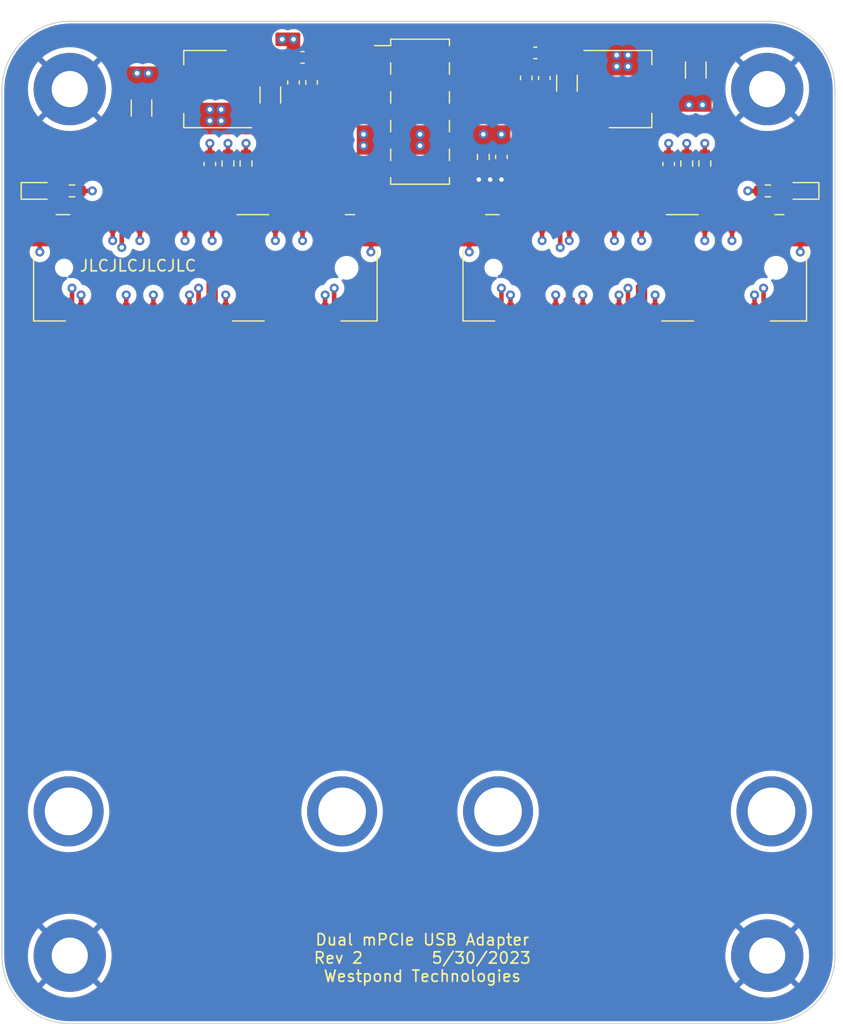
<source format=kicad_pcb>
(kicad_pcb (version 20221018) (generator pcbnew)
  (layers (0 "F.Cu" signal) (1 "In1.Cu" signal) (2 "In2.Cu" signal) (31 "B.Cu" signal) (34 "B.Paste" user) (35 "F.Paste" user) (36 "B.SilkS" user "B.Silkscreen") (37 "F.SilkS" user "F.Silkscreen") (38 "B.Mask" user) (39 "F.Mask" user) (44 "Edge.Cuts" user))
  (net 0 "")
  (net 1 "+3.3V_A")
  (net 2 "GND")
  (net 3 "+5V_A")
  (net 4 "+3.3V_B")
  (net 5 "Net-(D1-K)")
  (net 6 "Net-(D1-A)")
  (net 7 "Net-(D2-K)")
  (net 8 "Net-(D2-A)")
  (net 12 "Net-(J2-~{PERST})")
  (net 23 "Net-(J1-~{PERST})")
  (net 27 "Net-(J1-~{W_DISABLE})")
  (net 32 "+5V_B")
  (net 33 "/USB_A-")
  (net 36 "/SHIELD")
  (net 60 "/USB_A+")
  (net 61 "/USB_B-")
  (net 67 "/USB_B+")
  (net 69 "Net-(J2-~{W_DISABLE})")
  (net 72 "/VBUS_B")
  (net 73 "/VBUS_A")
  (footprint "Resistor_SMD:R_0603_1608Metric" (layer "F.Cu") (at 75.6 66.575 -90)
    (fp_text reference "R6")
    (fp_text value "3.3k")
    (pad "1" smd roundrect (at -0.825 0 270) (size 0.8 0.95) (layers "F.Cu" "F.Paste" "F.Mask") (net 1 "+3.3V_A"))
    (pad "2" smd roundrect (at 0.825 0 270) (size 0.8 0.95) (layers "F.Cu" "F.Paste" "F.Mask") (net 27 "Net-(J1-~{W_DISABLE})"))
  )
  (footprint "Capacitor_SMD:C_1206_3216Metric" (layer "F.Cu") (at 115.4 58.325 90)
    (fp_text reference "C3")
    (fp_text value "22uF")
    (pad "1" smd roundrect (at -1.475 0 90) (size 1.15 1.8) (layers "F.Cu" "F.Paste" "F.Mask") (roundrect_rratio 0.2173913043) (net 4 "+3.3V_B"))
    (pad "2" smd roundrect (at 1.475 0 90) (size 1.15 1.8) (layers "F.Cu" "F.Paste" "F.Mask") (roundrect_rratio 0.2173913043) (net 2 "GND"))
  )
  (footprint "MountingHole:MountingHole_3.2mm_M3_Pad" (layer "F.Cu") (at 121.72 136.6)
    (fp_text reference "H3")
    (fp_text value "M3")
    (pad "1" thru_hole circle locked (at 0 0) (size 6.4 6.4) (drill 3.2) (layers "*.Cu" "*.Mask") (net 36 "/SHIELD"))
  )
  (footprint "Capacitor_SMD:C_0603_1608Metric" (layer "F.Cu") (at 72.4 66.625 90)
    (fp_text reference "C6")
    (fp_text value "1uF")
    (pad "1" smd roundrect (at -0.775 0 90) (size 0.9 0.95) (layers "F.Cu" "F.Paste" "F.Mask") (net 23 "Net-(J1-~{PERST})"))
    (pad "2" smd roundrect (at 0.775 0 90) (size 0.9 0.95) (layers "F.Cu" "F.Paste" "F.Mask") (net 2 "GND"))
  )
  (footprint "Inductor_SMD:L_0603_1608Metric" (layer "F.Cu") (at 81.4 59.4125 90)
    (fp_text reference "FB2")
    (fp_text value "FerriteBead_Small")
    (pad "1" smd roundrect (at -0.7875 0 90) (size 0.875 0.95) (layers "F.Cu" "F.Paste" "F.Mask") (net 3 "+5V_A"))
    (pad "2" smd roundrect (at 0.7875 0 90) (size 0.875 0.95) (layers "F.Cu" "F.Paste" "F.Mask") (net 73 "/VBUS_A"))
  )
  (footprint "Connector_PCBEdge:BUS_PCI_Express_Mini_Full" (layer "F.Cu") (at 72 75.8 180)
    (fp_text reference "J1")
    (fp_text value "91304-56-052R2")
    (pad "" np_thru_hole circle locked (at -12.5 0 180) (size 1.6 1.6) (drill 1.6) (layers "*.Cu" "*.Mask"))
    (pad "" np_thru_hole circle locked (at 12.5 0 180) (size 1.1 1.1) (drill 1.1) (layers "*.Cu" "*.Mask"))
    (pad "1" smd rect locked (at -11.8 4.1 180) (size 0.6 2) (layers "F.Cu" "F.Paste" "F.Mask"))
    (pad "2" smd rect locked (at -11.4 -4.1 180) (size 0.6 2) (layers "F.Cu" "F.Paste" "F.Mask") (net 1 "+3.3V_A"))
    (pad "3" smd rect locked (at -11 4.1 180) (size 0.6 2) (layers "F.Cu" "F.Paste" "F.Mask"))
    (pad "4" smd rect locked (at -10.6 -4.1 180) (size 0.6 2) (layers "F.Cu" "F.Paste" "F.Mask") (net 2 "GND"))
    (pad "5" smd rect locked (at -10.2 4.1 180) (size 0.6 2) (layers "F.Cu" "F.Paste" "F.Mask"))
    (pad "6" smd rect locked (at -9.8 -4.1 180) (size 0.6 2) (layers "F.Cu" "F.Paste" "F.Mask"))
    (pad "7" smd rect locked (at -9.4 4.1 180) (size 0.6 2) (layers "F.Cu" "F.Paste" "F.Mask"))
    (pad "8" smd rect locked (at -9 -4.1 180) (size 0.6 2) (layers "F.Cu" "F.Paste" "F.Mask"))
    (pad "9" smd rect locked (at -8.6 4.1 180) (size 0.6 2) (layers "F.Cu" "F.Paste" "F.Mask") (net 2 "GND"))
    (pad "10" smd rect locked (at -8.2 -4.1 180) (size 0.6 2) (layers "F.Cu" "F.Paste" "F.Mask"))
    (pad "11" smd rect locked (at -7.8 4.1 180) (size 0.6 2) (layers "F.Cu" "F.Paste" "F.Mask"))
    (pad "12" smd rect locked (at -7.4 -4.1 180) (size 0.6 2) (layers "F.Cu" "F.Paste" "F.Mask"))
    (pad "13" smd rect locked (at -7 4.1 180) (size 0.6 2) (layers "F.Cu" "F.Paste" "F.Mask"))
    (pad "14" smd rect locked (at -6.6 -4.1 180) (size 0.6 2) (layers "F.Cu" "F.Paste" "F.Mask"))
    (pad "15" smd rect locked (at -6.2 4.1 180) (size 0.6 2) (layers "F.Cu" "F.Paste" "F.Mask") (net 2 "GND"))
    (pad "16" smd rect locked (at -5.8 -4.1 180) (size 0.6 2) (layers "F.Cu" "F.Paste" "F.Mask"))
    (pad "17" smd rect locked (at -2.2 4.1 180) (size 0.6 2) (layers "F.Cu" "F.Paste" "F.Mask"))
    (pad "18" smd rect locked (at -1.8 -4.1 180) (size 0.6 2) (layers "F.Cu" "F.Paste" "F.Mask") (net 2 "GND"))
    (pad "19" smd rect locked (at -1.4 4.1 180) (size 0.6 2) (layers "F.Cu" "F.Paste" "F.Mask"))
    (pad "20" smd rect locked (at -1 -4.1 180) (size 0.6 2) (layers "F.Cu" "F.Paste" "F.Mask") (net 27 "Net-(J1-~{W_DISABLE})"))
    (pad "21" smd rect locked (at -0.6 4.1 180) (size 0.6 2) (layers "F.Cu" "F.Paste" "F.Mask") (net 2 "GND"))
    (pad "22" smd rect locked (at -0.2 -4.1 180) (size 0.6 2) (layers "F.Cu" "F.Paste" "F.Mask") (net 23 "Net-(J1-~{PERST})"))
    (pad "23" smd rect locked (at 0.2 4.1 180) (size 0.6 2) (layers "F.Cu" "F.Paste" "F.Mask"))
    (pad "24" smd rect locked (at 0.6 -4.1 180) (size 0.6 2) (layers "F.Cu" "F.Paste" "F.Mask") (net 1 "+3.3V_A"))
    (pad "25" smd rect locked (at 1 4.1 180) (size 0.6 2) (layers "F.Cu" "F.Paste" "F.Mask"))
    (pad "26" smd rect locked (at 1.4 -4.1 180) (size 0.6 2) (layers "F.Cu" "F.Paste" "F.Mask") (net 2 "GND"))
    (pad "27" smd rect locked (at 1.8 4.1 180) (size 0.6 2) (layers "F.Cu" "F.Paste" "F.Mask") (net 2 "GND"))
    (pad "28" smd rect locked (at 2.2 -4.1 180) (size 0.6 2) (layers "F.Cu" "F.Paste" "F.Mask"))
    (pad "29" smd rect locked (at 2.6 4.1 180) (size 0.6 2) (layers "F.Cu" "F.Paste" "F.Mask") (net 2 "GND"))
    (pad "30" smd rect locked (at 3 -4.1 180) (size 0.6 2) (layers "F.Cu" "F.Paste" "F.Mask"))
    (pad "31" smd rect locked (at 3.4 4.1 180) (size 0.6 2) (layers "F.Cu" "F.Paste" "F.Mask"))
    (pad "32" smd rect locked (at 3.8 -4.1 180) (size 0.6 2) (layers "F.Cu" "F.Paste" "F.Mask"))
    (pad "33" smd rect locked (at 4.2 4.1 180) (size 0.6 2) (layers "F.Cu" "F.Paste" "F.Mask"))
    (pad "34" smd rect locked (at 4.6 -4.1 180) (size 0.6 2) (layers "F.Cu" "F.Paste" "F.Mask") (net 2 "GND"))
    (pad "35" smd rect locked (at 5 4.1 180) (size 0.6 2) (layers "F.Cu" "F.Paste" "F.Mask") (net 2 "GND"))
    (pad "36" smd rect locked (at 5.4 -4.1 180) (size 0.6 2) (layers "F.Cu" "F.Paste" "F.Mask") (net 33 "/USB_A-"))
    (pad "37" smd rect locked (at 5.8 4.1 180) (size 0.6 2) (layers "F.Cu" "F.Paste" "F.Mask") (net 2 "GND"))
    (pad "38" smd rect locked (at 6.2 -4.1 180) (size 0.6 2) (layers "F.Cu" "F.Paste" "F.Mask") (net 60 "/USB_A+"))
    (pad "39" smd rect locked (at 6.6 4.1 180) (size 0.6 2) (layers "F.Cu" "F.Paste" "F.Mask") (net 1 "+3.3V_A"))
    (pad "40" smd rect locked (at 7 -4.1 180) (size 0.6 2) (layers "F.Cu" "F.Paste" "F.Mask") (net 2 "GND"))
    (pad "41" smd rect locked (at 7.4 4.1 180) (size 0.6 2) (layers "F.Cu" "F.Paste" "F.Mask") (net 1 "+3.3V_A"))
    (pad "42" smd rect locked (at 7.8 -4.1 180) (size 0.6 2) (layers "F.Cu" "F.Paste" "F.Mask") (net 5 "Net-(D1-K)"))
    (pad "43" smd rect locked (at 8.2 4.1 180) (size 0.6 2) (layers "F.Cu" "F.Paste" "F.Mask") (net 2 "GND"))
    (pad "44" smd rect locked (at 8.6 -4.1 180) (size 0.6 2) (layers "F.Cu" "F.Paste" "F.Mask") (net 5 "Net-(D1-K)"))
    (pad "45" smd rect locked (at 9 4.1 180) (size 0.6 2) (layers "F.Cu" "F.Paste" "F.Mask"))
    (pad "46" smd rect locked (at 9.4 -4.1 180) (size 0.6 2) (layers "F.Cu" "F.Paste" "F.Mask") (net 5 "Net-(D1-K)"))
    (pad "47" smd rect locked (at 9.8 4.1 180) (size 0.6 2) (layers "F.Cu" "F.Paste" "F.Mask"))
    (pad "48" smd rect locked (at 10.2 -4.1 180) (size 0.6 2) (layers "F.Cu" "F.Paste" "F.Mask"))
    (pad "49" smd rect locked (at 10.6 4.1 180) (size 0.6 2) (layers "F.Cu" "F.Paste" "F.Mask"))
    (pad "50" smd rect locked (at 11 -4.1 180) (size 0.6 2) (layers "F.Cu" "F.Paste" "F.Mask") (net 2 "GND"))
    (pad "51" smd rect locked (at 11.4 4.1 180) (size 0.6 2) (layers "F.Cu" "F.Paste" "F.Mask"))
    (pad "52" smd rect locked (at 11.8 -4.1 180) (size 0.6 2) (layers "F.Cu" "F.Paste" "F.Mask") (net 1 "+3.3V_A"))
    (pad "MP" smd rect locked (at -14.65 3.5 180) (size 2.3 3.2) (layers "F.Cu" "F.Paste" "F.Mask") (net 2 "GND"))
    (pad "MP" smd rect locked (at 14.65 3.5 180) (size 2.3 3.2) (layers "F.Cu" "F.Paste" "F.Mask") (net 2 "GND"))
  )
  (footprint "parts:SMTSO25" (layer "F.Cu") (at 97.9 123.85 90)
    (fp_text reference "H7")
    (fp_text value "SMTSO2530CTJ")
    (pad "" thru_hole circle locked (at 0 0 90) (size 6.2 6.2) (drill 4.22) (layers "*.Cu" "*.Mask"))
  )
  (footprint "Resistor_SMD:R_0603_1608Metric" (layer "F.Cu") (at 114.6 66.575 -90)
    (fp_text reference "R5")
    (fp_text value "3.3k")
    (pad "1" smd roundrect (at -0.825 0 270) (size 0.8 0.95) (layers "F.Cu" "F.Paste" "F.Mask") (net 4 "+3.3V_B"))
    (pad "2" smd roundrect (at 0.825 0 270) (size 0.8 0.95) (layers "F.Cu" "F.Paste" "F.Mask") (net 12 "Net-(J2-~{PERST})"))
  )
  (footprint "Resistor_SMD:R_0603_1608Metric" (layer "F.Cu") (at 60.2 69 180)
    (fp_text reference "R1")
    (fp_text value "3.3k")
    (pad "1" smd roundrect (at -0.825 0 180) (size 0.8 0.95) (layers "F.Cu" "F.Paste" "F.Mask") (net 1 "+3.3V_A"))
    (pad "2" smd roundrect (at 0.825 0 180) (size 0.8 0.95) (layers "F.Cu" "F.Paste" "F.Mask") (net 6 "Net-(D1-A)"))
  )
  (footprint "Capacitor_SMD:C_0603_1608Metric" (layer "F.Cu") (at 98.2 66 90)
    (fp_text reference "C7")
    (fp_text value "0.1uF")
    (pad "1" smd roundrect (at -0.775 0 90) (size 0.9 0.95) (layers "F.Cu" "F.Paste" "F.Mask") (net 36 "/SHIELD"))
    (pad "2" smd roundrect (at 0.775 0 90) (size 0.9 0.95) (layers "F.Cu" "F.Paste" "F.Mask") (net 2 "GND"))
  )
  (footprint "Inductor_SMD:L_0603_1608Metric" (layer "F.Cu") (at 100.4 59.0125 -90)
    (fp_text reference "FB1")
    (fp_text value "FerriteBead_Small")
    (pad "1" smd roundrect (at -0.7875 0 270) (size 0.875 0.95) (layers "F.Cu" "F.Paste" "F.Mask") (net 72 "/VBUS_B"))
    (pad "2" smd roundrect (at 0.7875 0 270) (size 0.875 0.95) (layers "F.Cu" "F.Paste" "F.Mask") (net 32 "+5V_B"))
  )
  (footprint "Package_TO_SOT_SMD:SOT-223-3_TabPin2" (layer "F.Cu") (at 72 60 180)
    (fp_text reference "U1")
    (fp_text value "AZ1117H-3.3")
    (pad "1" smd rect (at -3.15 -2.3 180) (size 2 1.5) (layers "F.Cu" "F.Paste" "F.Mask") (net 2 "GND"))
    (pad "2" smd rect (at -3.15 0 180) (size 2 1.5) (layers "F.Cu" "F.Paste" "F.Mask") (net 1 "+3.3V_A"))
    (pad "2" smd rect (at 3.15 0 180) (size 2 3.8) (layers "F.Cu" "F.Paste" "F.Mask") (net 1 "+3.3V_A"))
    (pad "3" smd rect (at -3.15 2.3 180) (size 2 1.5) (layers "F.Cu" "F.Paste" "F.Mask") (net 3 "+5V_A"))
  )
  (footprint "Capacitor_SMD:C_0603_1608Metric" (layer "F.Cu") (at 79.8 59.425 90)
    (fp_text reference "C11")
    (fp_text value "0.01uF")
    (pad "1" smd roundrect (at -0.775 0 90) (size 0.9 0.95) (layers "F.Cu" "F.Paste" "F.Mask") (net 3 "+5V_A"))
    (pad "2" smd roundrect (at 0.775 0 90) (size 0.9 0.95) (layers "F.Cu" "F.Paste" "F.Mask") (net 2 "GND"))
  )
  (footprint "parts:SMTSO25" (layer "F.Cu") (at 84.1 123.85 90)
    (fp_text reference "H6")
    (fp_text value "SMTSO2530CTJ")
    (pad "" thru_hole circle locked (at 0 0 90) (size 6.2 6.2) (drill 4.22) (layers "*.Cu" "*.Mask"))
  )
  (footprint "Capacitor_SMD:C_1206_3216Metric" (layer "F.Cu") (at 104 59.475 90)
    (fp_text reference "C4")
    (fp_text value "10uF")
    (pad "1" smd roundrect (at -1.475 0 90) (size 1.15 1.8) (layers "F.Cu" "F.Paste" "F.Mask") (roundrect_rratio 0.2173913043) (net 32 "+5V_B"))
    (pad "2" smd roundrect (at 1.475 0 90) (size 1.15 1.8) (layers "F.Cu" "F.Paste" "F.Mask") (roundrect_rratio 0.2173913043) (net 2 "GND"))
  )
  (footprint "Resistor_SMD:R_0603_1608Metric" (layer "F.Cu") (at 96.6 66 90)
    (fp_text reference "R3")
    (fp_text value "1M")
    (pad "1" smd roundrect (at -0.825 0 90) (size 0.8 0.95) (layers "F.Cu" "F.Paste" "F.Mask") (net 36 "/SHIELD"))
    (pad "2" smd roundrect (at 0.825 0 90) (size 0.8 0.95) (layers "F.Cu" "F.Paste" "F.Mask") (net 2 "GND"))
  )
  (footprint "Resistor_SMD:R_0603_1608Metric" (layer "F.Cu") (at 74 66.575 -90)
    (fp_text reference "R7")
    (fp_text value "3.3k")
    (pad "1" smd roundrect (at -0.825 0 270) (size 0.8 0.95) (layers "F.Cu" "F.Paste" "F.Mask") (net 1 "+3.3V_A"))
    (pad "2" smd roundrect (at 0.825 0 270) (size 0.8 0.95) (layers "F.Cu" "F.Paste" "F.Mask") (net 23 "Net-(J1-~{PERST})"))
  )
  (footprint "Resistor_SMD:R_0603_1608Metric" (layer "F.Cu") (at 121.775 69)
    (fp_text reference "R2")
    (fp_text value "3.3k")
    (pad "1" smd roundrect (at -0.825 0) (size 0.8 0.95) (layers "F.Cu" "F.Paste" "F.Mask") (net 4 "+3.3V_B"))
    (pad "2" smd roundrect (at 0.825 0) (size 0.8 0.95) (layers "F.Cu" "F.Paste" "F.Mask") (net 8 "Net-(D2-A)"))
  )
  (footprint "MountingHole:MountingHole_3.2mm_M3_Pad" (layer "F.Cu") (at 60 136.6)
    (fp_text reference "H4")
    (fp_text value "M3")
    (pad "1" thru_hole circle locked (at 0 0) (size 6.4 6.4) (drill 3.2) (layers "*.Cu" "*.Mask") (net 36 "/SHIELD"))
  )
  (footprint "Capacitor_SMD:C_1206_3216Metric" (layer "F.Cu") (at 77.75 60.525 -90)
    (fp_text reference "C2")
    (fp_text value "10uF")
    (pad "1" smd roundrect (at -1.475 0 270) (size 1.15 1.8) (layers "F.Cu" "F.Paste" "F.Mask") (roundrect_rratio 0.2173913043) (net 3 "+5V_A"))
    (pad "2" smd roundrect (at 1.475 0 270) (size 1.15 1.8) (layers "F.Cu" "F.Paste" "F.Mask") (roundrect_rratio 0.2173913043) (net 2 "GND"))
  )
  (footprint "Capacitor_SMD:C_0603_1608Metric" (layer "F.Cu") (at 113 66.625 90)
    (fp_text reference "C5")
    (fp_text value "1uF")
    (pad "1" smd roundrect (at -0.775 0 90) (size 0.9 0.95) (layers "F.Cu" "F.Paste" "F.Mask") (net 12 "Net-(J2-~{PERST})"))
    (pad "2" smd roundrect (at 0.775 0 90) (size 0.9 0.95) (layers "F.Cu" "F.Paste" "F.Mask") (net 2 "GND"))
  )
  (footprint "MountingHole:MountingHole_3.2mm_M3_Pad" (layer "F.Cu") (at 121.72 60)
    (fp_text reference "H2")
    (fp_text value "M3")
    (pad "1" thru_hole circle locked (at 0 0) (size 6.4 6.4) (drill 3.2) (layers "*.Cu" "*.Mask") (net 36 "/SHIELD"))
  )
  (footprint "Resistor_SMD:R_0603_1608Metric" (layer "F.Cu") (at 116.2 66.575 -90)
    (fp_text reference "R4")
    (fp_text value "3.3k")
    (pad "1" smd roundrect (at -0.825 0 270) (size 0.8 0.95) (layers "F.Cu" "F.Paste" "F.Mask") (net 4 "+3.3V_B"))
    (pad "2" smd roundrect (at 0.825 0 270) (size 0.8 0.95) (layers "F.Cu" "F.Paste" "F.Mask") (net 69 "Net-(J2-~{W_DISABLE})"))
  )
  (footprint "Package_TO_SOT_SMD:SOT-223-3_TabPin2" (layer "F.Cu") (at 109.6 60)
    (fp_text reference "U2")
    (fp_text value "AZ1117H-3.3")
    (pad "1" smd rect (at -3.15 -2.3) (size 2 1.5) (layers "F.Cu" "F.Paste" "F.Mask") (net 2 "GND"))
    (pad "2" smd rect (at -3.15 0) (size 2 1.5) (layers "F.Cu" "F.Paste" "F.Mask") (net 4 "+3.3V_B"))
    (pad "2" smd rect (at 3.15 0) (size 2 3.8) (layers "F.Cu" "F.Paste" "F.Mask") (net 4 "+3.3V_B"))
    (pad "3" smd rect (at -3.15 2.3) (size 2 1.5) (layers "F.Cu" "F.Paste" "F.Mask") (net 32 "+5V_B"))
  )
  (footprint "Connector_PinHeader_2.54mm:PinHeader_2x05_P2.54mm_Vertical_SMD" (layer "F.Cu") (at 91 62)
    (fp_text reference "J3")
    (fp_text value "USB")
    (pad "1" smd rect (at -2.525 -5.08) (size 3.15 1) (layers "F.Cu" "F.Paste" "F.Mask") (net 73 "/VBUS_A"))
    (pad "2" smd rect (at 2.525 -5.08) (size 3.15 1) (layers "F.Cu" "F.Paste" "F.Mask") (net 72 "/VBUS_B"))
    (pad "3" smd rect (at -2.525 -2.54) (size 3.15 1) (layers "F.Cu" "F.Paste" "F.Mask") (net 33 "/USB_A-"))
    (pad "4" smd rect (at 2.525 -2.54) (size 3.15 1) (layers "F.Cu" "F.Paste" "F.Mask") (net 61 "/USB_B-"))
    (pad "5" smd rect (at -2.525 0) (size 3.15 1) (layers "F.Cu" "F.Paste" "F.Mask") (net 60 "/USB_A+"))
    (pad "6" smd rect (at 2.525 0) (size 3.15 1) (layers "F.Cu" "F.Paste" "F.Mask") (net 67 "/USB_B+"))
    (pad "7" smd rect (at -2.525 2.54) (size 3.15 1) (layers "F.Cu" "F.Paste" "F.Mask") (net 2 "GND"))
    (pad "8" smd rect (at 2.525 2.54) (size 3.15 1) (layers "F.Cu" "F.Paste" "F.Mask") (net 2 "GND"))
    (pad "9" smd rect (at -2.525 5.08) (size 3.15 1) (layers "F.Cu" "F.Paste" "F.Mask"))
    (pad "10" smd rect (at 2.525 5.08) (size 3.15 1) (layers "F.Cu" "F.Paste" "F.Mask") (net 36 "/SHIELD"))
  )
  (footprint "Capacitor_SMD:C_1206_3216Metric" (layer "F.Cu") (at 66.35 61.675 -90)
    (fp_text reference "C1")
    (fp_text value "22uF")
    (pad "1" smd roundrect (at -1.475 0 270) (size 1.15 1.8) (layers "F.Cu" "F.Paste" "F.Mask") (roundrect_rratio 0.2173913043) (net 1 "+3.3V_A"))
    (pad "2" smd roundrect (at 1.475 0 270) (size 1.15 1.8) (layers "F.Cu" "F.Paste" "F.Mask") (roundrect_rratio 0.2173913043) (net 2 "GND"))
  )
  (footprint "Capacitor_SMD:C_0603_1608Metric" (layer "F.Cu") (at 101.2 56.8)
    (fp_text reference "C8")
    (fp_text value "0.01uF")
    (pad "1" smd roundrect (at -0.775 0) (size 0.9 0.95) (layers "F.Cu" "F.Paste" "F.Mask") (net 72 "/VBUS_B"))
    (pad "2" smd roundrect (at 0.775 0) (size 0.9 0.95) (layers "F.Cu" "F.Paste" "F.Mask") (net 2 "GND"))
  )
  (footprint "MountingHole:MountingHole_3.2mm_M3_Pad" (layer "F.Cu") (at 60 60)
    (fp_text reference "H1")
    (fp_text value "M3")
    (pad "1" thru_hole circle locked (at 0 0) (size 6.4 6.4) (drill 3.2) (layers "*.Cu" "*.Mask") (net 36 "/SHIELD"))
  )
  (footprint "Capacitor_SMD:C_0603_1608Metric" (layer "F.Cu") (at 102 59.025 90)
    (fp_text reference "C9")
    (fp_text value "0.01uF")
    (pad "1" smd roundrect (at -0.775 0 90) (size 0.9 0.95) (layers "F.Cu" "F.Paste" "F.Mask") (net 32 "+5V_B"))
    (pad "2" smd roundrect (at 0.775 0 90) (size 0.9 0.95) (layers "F.Cu" "F.Paste" "F.Mask") (net 2 "GND"))
  )
  (footprint "LED_SMD:LED_0603_1608Metric" (layer "F.Cu") (at 57.1875 69)
    (fp_text reference "D1")
    (fp_text value "LED")
    (pad "1" smd roundrect (at -0.7875 0) (size 0.875 0.95) (layers "F.Cu" "F.Paste" "F.Mask") (net 5 "Net-(D1-K)"))
    (pad "2" smd roundrect (at 0.7875 0) (size 0.875 0.95) (layers "F.Cu" "F.Paste" "F.Mask") (net 6 "Net-(D1-A)"))
  )
  (footprint "LED_SMD:LED_0603_1608Metric" (layer "F.Cu") (at 124.8125 69 180)
    (fp_text reference "D2")
    (fp_text value "LED")
    (pad "1" smd roundrect (at -0.7875 0 180) (size 0.875 0.95) (layers "F.Cu" "F.Paste" "F.Mask") (net 7 "Net-(D2-K)"))
    (pad "2" smd roundrect (at 0.7875 0 180) (size 0.875 0.95) (layers "F.Cu" "F.Paste" "F.Mask") (net 8 "Net-(D2-A)"))
  )
  (footprint "Connector_PCBEdge:BUS_PCI_Express_Mini_Full" (layer "F.Cu") (at 110 75.8 180)
    (fp_text reference "J2")
    (fp_text value "91304-56-052R2")
    (pad "" np_thru_hole circle locked (at -12.5 0 180) (size 1.6 1.6) (drill 1.6) (layers "*.Cu" "*.Mask"))
    (pad "" np_thru_hole circle locked (at 12.5 0 180) (size 1.1 1.1) (drill 1.1) (layers "*.Cu" "*.Mask"))
    (pad "1" smd rect locked (at -11.8 4.1 180) (size 0.6 2) (layers "F.Cu" "F.Paste" "F.Mask"))
    (pad "2" smd rect locked (at -11.4 -4.1 180) (size 0.6 2) (layers "F.Cu" "F.Paste" "F.Mask") (net 4 "+3.3V_B"))
    (pad "3" smd rect locked (at -11 4.1 180) (size 0.6 2) (layers "F.Cu" "F.Paste" "F.Mask"))
    (pad "4" smd rect locked (at -10.6 -4.1 180) (size 0.6 2) (layers "F.Cu" "F.Paste" "F.Mask") (net 2 "GND"))
    (pad "5" smd rect locked (at -10.2 4.1 180) (size 0.6 2) (layers "F.Cu" "F.Paste" "F.Mask"))
    (pad "6" smd rect locked (at -9.8 -4.1 180) (size 0.6 2) (layers "F.Cu" "F.Paste" "F.Mask"))
    (pad "7" smd rect locked (at -9.4 4.1 180) (size 0.6 2) (layers "F.Cu" "F.Paste" "F.Mask"))
    (pad "8" smd rect locked (at -9 -4.1 180) (size 0.6 2) (layers "F.Cu" "F.Paste" "F.Mask"))
    (pad "9" smd rect locked (at -8.6 4.1 180) (size 0.6 2) (layers "F.Cu" "F.Paste" "F.Mask") (net 2 "GND"))
    (pad "10" smd rect locked (at -8.2 -4.1 180) (size 0.6 2) (layers "F.Cu" "F.Paste" "F.Mask"))
    (pad "11" smd rect locked (at -7.8 4.1 180) (size 0.6 2) (layers "F.Cu" "F.Paste" "F.Mask"))
    (pad "12" smd rect locked (at -7.4 -4.1 180) (size 0.6 2) (layers "F.Cu" "F.Paste" "F.Mask"))
    (pad "13" smd rect locked (at -7 4.1 180) (size 0.6 2) (layers "F.Cu" "F.Paste" "F.Mask"))
    (pad "14" smd rect locked (at -6.6 -4.1 180) (size 0.6 2) (layers "F.Cu" "F.Paste" "F.Mask"))
    (pad "15" smd rect locked (at -6.2 4.1 180) (size 0.6 2) (layers "F.Cu" "F.Paste" "F.Mask") (net 2 "GND"))
    (pad "16" smd rect locked (at -5.8 -4.1 180) (size 0.6 2) (layers "F.Cu" "F.Paste" "F.Mask"))
    (pad "17" smd rect locked (at -2.2 4.1 180) (size 0.6 2) (layers "F.Cu" "F.Paste" "F.Mask"))
    (pad "18" smd rect locked (at -1.8 -4.1 180) (size 0.6 2) (layers "F.Cu" "F.Paste" "F.Mask") (net 2 "GND"))
    (pad "19" smd rect locked (at -1.4 4.1 180) (size 0.6 2) (layers "F.Cu" "F.Paste" "F.Mask"))
    (pad "20" smd rect locked (at -1 -4.1 180) (size 0.6 2) (layers "F.Cu" "F.Paste" "F.Mask") (net 69 "Net-(J2-~{W_DISABLE})"))
    (pad "21" smd rect locked (at -0.6 4.1 180) (size 0.6 2) (layers "F.Cu" "F.Paste" "F.Mask") (net 2 "GND"))
    (pad "22" smd rect locked (at -0.2 -4.1 180) (size 0.6 2) (layers "F.Cu" "F.Paste" "F.Mask") (net 12 "Net-(J2-~{PERST})"))
    (pad "23" smd rect locked (at 0.2 4.1 180) (size 0.6 2) (layers "F.Cu" "F.Paste" "F.Mask"))
    (pad "24" smd rect locked (at 0.6 -4.1 180) (size 0.6 2) (layers "F.Cu" "F.Paste" "F.Mask") (net 4 "+3.3V_B"))
    (pad "25" smd rect locked (at 1 4.1 180) (size 0.6 2) (layers "F.Cu" "F.Paste" "F.Mask"))
    (pad "26" smd rect locked (at 1.4 -4.1 180) (size 0.6 2) (layers "F.Cu" "F.Paste" "F.Mask") (net 2 "GND"))
    (pad "27" smd rect locked (at 1.8 4.1 180) (size 0.6 2) (layers "F.Cu" "F.Paste" "F.Mask") (net 2 "GND"))
    (pad "28" smd rect locked (at 2.2 -4.1 180) (size 0.6 2) (layers "F.Cu" "F.Paste" "F.Mask"))
    (pad "29" smd rect locked (at 2.6 4.1 180) (size 0.6 2) (layers "F.Cu" "F.Paste" "F.Mask") (net 2 "GND"))
    (pad "30" smd rect locked (at 3 -4.1 180) (size 0.6 2) (layers "F.Cu" "F.Paste" "F.Mask"))
    (pad "31" smd rect locked (at 3.4 4.1 180) (size 0.6 2) (layers "F.Cu" "F.Paste" "F.Mask"))
    (pad "32" smd rect locked (at 3.8 -4.1 180) (size 0.6 2) (layers "F.Cu" "F.Paste" "F.Mask"))
    (pad "33" smd rect locked (at 4.2 4.1 180) (size 0.6 2) (layers "F.Cu" "F.Paste" "F.Mask"))
    (pad "34" smd rect locked (at 4.6 -4.1 180) (size 0.6 2) (layers "F.Cu" "F.Paste" "F.Mask") (net 2 "GND"))
    (pad "35" smd rect locked (at 5 4.1 180) (size 0.6 2) (layers "F.Cu" "F.Paste" "F.Mask") (net 2 "GND"))
    (pad "36" smd rect locked (at 5.4 -4.1 180) (size 0.6 2) (layers "F.Cu" "F.Paste" "F.Mask") (net 61 "/USB_B-"))
    (pad "37" smd rect locked (at 5.8 4.1 180) (size 0.6 2) (layers "F.Cu" "F.Paste" "F.Mask") (net 2 "GND"))
    (pad "38" smd rect locked (at 6.2 -4.1 180) (size 0.6 2) (layers "F.Cu" "F.Paste" "F.Mask") (net 67 "/USB_B+"))
    (pad "39" smd rect locked (at 6.6 4.1 180) (size 0.6 2) (layers "F.Cu" "F.Paste" "F.Mask") (net 4 "+3.3V_B"))
    (pad "40" smd rect locked (at 7 -4.1 180) (size 0.6 2) (layers "F.Cu" "F.Paste" "F.Mask") (net 2 "GND"))
    (pad "41" smd rect locked (at 7.4 4.1 180) (size 0.6 2) (layers "F.Cu" "F.Paste" "F.Mask") (net 4 "+3.3V_B"))
    (pad "42" smd rect locked (at 7.8 -4.1 180) (size 0.6 2) (layers "F.Cu" "F.Paste" "F.Mask") (net 7 "Net-(D2-K)"))
    (pad "43" smd rect locked (at 8.2 4.1 180) (size 0.6 2) (layers "F.Cu" "F.Paste" "F.Mask") (net 2 "GND"))
    (pad "44" smd rect locked (at 8.6 -4.1 180) (size 0.6 2) (layers "F.Cu" "F.Paste" "F.Mask") (net 7 "Net-(D2-K)"))
    (pad "45" smd rect locked (at 9 4.1 180) (size 0.6 2) (layers "F.Cu" "F.Paste" "F.Mask"))
    (pad "46" smd rect locked (at 9.4 -4.1 180) (size 0.6 2) (layers "F.Cu" "F.Paste" "F.Mask") (net 7 "Net-(D2-K)"))
    (pad "47" smd rect locked (at 9.8 4.1 180) (size 0.6 2) (layers "F.Cu" "F.Paste" "F.Mask"))
    (pad "48" smd rect locked (at 10.2 -4.1 180) (size 0.6 2) (layers "F.Cu" "F.Paste" "F.Mask"))
    (pad "49" smd rect locked (at 10.6 4.1 180) (size 0.6 2) (layers "F.Cu" "F.Paste" "F.Mask"))
    (pad "50" smd rect locked (at 11 -4.1 180) (size 0.6 2) (layers "F.Cu" "F.Paste" "F.Mask") (net 2 "GND"))
    (pad "51" smd rect locked (at 11.4 4.1 180) (size 0.6 2) (layers "F.Cu" "F.Paste" "F.Mask"))
    (pad "52" smd rect locked (at 11.8 -4.1 180) (size 0.6 2) (layers "F.Cu" "F.Paste" "F.Mask") (net 4 "+3.3V_B"))
    (pad "MP" smd rect locked (at -14.65 3.5 180) (size 2.3 3.2) (layers "F.Cu" "F.Paste" "F.Mask") (net 2 "GND"))
    (pad "MP" smd rect locked (at 14.65 3.5 180) (size 2.3 3.2) (layers "F.Cu" "F.Paste" "F.Mask") (net 2 "GND"))
  )
  (footprint "parts:SMTSO25" (layer "F.Cu") (at 59.9 123.85 90)
    (fp_text reference "H5")
    (fp_text value "SMTSO2530CTJ")
    (pad "" thru_hole circle locked (at 0 0 90) (size 6.2 6.2) (drill 4.22) (layers "*.Cu" "*.Mask"))
  )
  (footprint "parts:SMTSO25" (layer "F.Cu") (at 122.1 123.85 90)
    (fp_text reference "H8")
    (fp_text value "SMTSO2530CTJ")
    (pad "" thru_hole circle locked (at 0 0 90) (size 6.2 6.2) (drill 4.22) (layers "*.Cu" "*.Mask"))
  )
  (footprint "Capacitor_SMD:C_0603_1608Metric" (layer "F.Cu") (at 80.6 57.2 180)
    (fp_text reference "C10")
    (fp_text value "0.01uF")
    (pad "1" smd roundrect (at -0.775 0 180) (size 0.9 0.95) (layers "F.Cu" "F.Paste" "F.Mask") (net 73 "/VBUS_A"))
    (pad "2" smd roundrect (at 0.775 0 180) (size 0.9 0.95) (layers "F.Cu" "F.Paste" "F.Mask") (net 2 "GND"))
  )
  (gr_line (start 60 54) (end 121.72 54) (stroke (width 0.1)) (layer "Edge.Cuts"))
  (gr_arc (start 127.72 136.6) (mid 125.962641 140.842641) (end 121.72 142.6) (stroke (width 0.1)) (layer "Edge.Cuts"))
  (gr_arc (start 54 60.2) (mid 55.715938 55.85736) (end 60 54) (stroke (width 0.1)) (layer "Edge.Cuts"))
  (gr_line (start 127.72 60) (end 127.72 136.6) (stroke (width 0.1)) (layer "Edge.Cuts"))
  (gr_arc (start 60 142.6) (mid 55.757359 140.842641) (end 54 136.6) (stroke (width 0.1)) (layer "Edge.Cuts"))
  (gr_line (start 54 136.6) (end 54 60.2) (stroke (width 0.1)) (layer "Edge.Cuts"))
  (gr_line (start 121.72 142.6) (end 60 142.6) (stroke (width 0.1)) (layer "Edge.Cuts"))
  (gr_arc (start 121.72 54) (mid 125.962642 55.757358) (end 127.72 60) (stroke (width 0.1)) (layer "Edge.Cuts"))
  (gr_text "JLCJLCJLCJLC" (at 60.8 76.2) (layer "F.SilkS") (effects (font (size 1 1)) (justify left bottom)))
  (gr_text "Dual mPCIe USB Adapter\nRev 2        5/30/2023\nWestpond Technologies" (at 91.2 139) (layer "F.SilkS") (effects (font (size 1 1)) (justify bottom)))
  (segment (start 64.6 71.7) (end 64.6 74) (width 0.4) (layer "F.Cu") (net 1))
  (segment (start 71.4 77.6) (end 71.4 79.9) (width 0.4) (layer "F.Cu") (net 1))
  (segment (start 60.2 77.6) (end 60.2 79.9) (width 0.4) (layer "F.Cu") (net 1))
  (segment (start 64.6 71.7) (end 65.4 71.7) (width 0.4) (layer "F.Cu") (net 1))
  (segment (start 74 65.75) (end 74 64.8) (width 0.4) (layer "F.Cu") (net 1))
  (segment (start 83.4 77.6) (end 83.4 79.9) (width 0.4) (layer "F.Cu") (net 1))
  (segment (start 62 69) (end 61.025 69) (width 0.4) (layer "F.Cu") (net 1))
  (segment (start 75.6 65.75) (end 75.6 64.8) (width 0.4) (layer "F.Cu") (net 1))
  (via (at 75.6 64.8) (size 0.8) (drill 0.4) (layers "F.Cu" "B.Cu") (net 1))
  (via (at 66.95 58.6) (size 0.8) (drill 0.4) (layers "F.Cu" "B.Cu") (net 1))
  (via (at 74 64.8) (size 0.8) (drill 0.4) (layers "F.Cu" "B.Cu") (net 1))
  (via (at 64.6 74) (size 0.8) (drill 0.4) (layers "F.Cu" "B.Cu") (net 1))
  (via (at 60.2 77.6) (size 0.8) (drill 0.4) (layers "F.Cu" "B.Cu") (net 1))
  (via (at 71.4 77.6) (size 0.8) (drill 0.4) (layers "F.Cu" "B.Cu") (net 1))
  (via (at 65.95 58.6) (size 0.8) (drill 0.4) (layers "F.Cu" "B.Cu") (net 1))
  (via (at 83.4 77.6) (size 0.8) (drill 0.4) (layers "F.Cu" "B.Cu") (net 1))
  (via (at 62 69) (size 0.8) (drill 0.4) (layers "F.Cu" "B.Cu") (net 1))
  (segment (start 103 78.2) (end 103 79.9) (width 0.4) (layer "F.Cu") (net 2))
  (segment (start 86.65 72.3) (end 86.65 74.4) (width 0.4) (layer "F.Cu") (net 2))
  (segment (start 101.8 71.7) (end 101.8 73.4) (width 0.4) (layer "F.Cu") (net 2))
  (segment (start 70.6 78.2) (end 70.6 79.9) (width 0.4) (layer "F.Cu") (net 2))
  (segment (start 108.6 78.2) (end 108.6 79.9) (width 0.4) (layer "F.Cu") (net 2))
  (segment (start 110.6 73.4) (end 110.6 71.7) (width 0.4) (layer "F.Cu") (net 2))
  (segment (start 57.35 72.3) (end 57.35 74.4) (width 0.4) (layer "F.Cu") (net 2))
  (segment (start 73.8 78.2) (end 73.8 79.9) (width 0.4) (layer "F.Cu") (net 2))
  (segment (start 66.2 71.7) (end 66.2 73.4) (width 0.4) (layer "F.Cu") (net 2))
  (segment (start 104.2 71.7) (end 105 71.7) (width 0.4) (layer "F.Cu") (net 2))
  (segment (start 108.2 71.7) (end 107.4 71.7) (width 0.4) (layer "F.Cu") (net 2))
  (segment (start 78.2 71.7) (end 78.2 73.4) (width 0.4) (layer "F.Cu") (net 2))
  (segment (start 116.2 71.7) (end 116.2 73.4) (width 0.4) (layer "F.Cu") (net 2))
  (segment (start 120.6 78.2) (end 120.6 79.9) (width 0.4) (layer "F.Cu") (net 2))
  (segment (start 63.8 71.7) (end 63.8 73.4) (width 0.4) (layer "F.Cu") (net 2))
  (segment (start 111.8 79.9) (end 111.8 78.2) (width 0.4) (layer "F.Cu") (net 2))
  (segment (start 67 71.7) (end 66.2 71.7) (width 0.4) (layer "F.Cu") (net 2))
  (segment (start 82.6 78.2) (end 82.6 79.9) (width 0.4) (layer "F.Cu") (net 2))
  (segment (start 99 78.2) (end 99 79.9) (width 0.4) (layer "F.Cu") (net 2))
  (segment (start 67.4 78.2) (end 67.4 79.9) (width 0.4) (layer "F.Cu") (net 2))
  (segment (start 72.6 71.7) (end 72.6 73.4) (width 0.4) (layer "F.Cu") (net 2))
  (segment (start 70.2 71.7) (end 70.2 73.4) (width 0.4) (layer "F.Cu") (net 2))
  (segment (start 105.4 78.2) (end 105.4 79.9) (width 0.4) (layer "F.Cu") (net 2))
  (segment (start 72.4 65.85) (end 72.4 64.8) (width 0.4) (layer "F.Cu") (net 2))
  (segment (start 61 78.2) (end 61 79.9) (width 0.4) (layer "F.Cu") (net 2))
  (segment (start 69.4 71.7) (end 70.2 71.7) (width 0.4) (layer "F.Cu") (net 2))
  (segment (start 118.6 71.7) (end 118.6 73.4) (width 0.4) (layer "F.Cu") (net 2))
  (segment (start 65 78.2) (end 65 79.9) (width 0.4) (layer "F.Cu") (net 2))
  (segment (start 80.6 71.7) (end 80.6 73.4) (width 0.4) (layer "F.Cu") (net 2))
  (segment (start 104.2 71.7) (end 104.2 73.4) (width 0.4) (layer "F.Cu") (net 2))
  (segment (start 95.35 74.4) (end 95.35 72.3) (width 0.4) (layer "F.Cu") (net 2))
  (segment (start 113 65.85) (end 113 64.8) (width 0.4) (layer "F.Cu") (net 2))
  (segment (start 108.2 71.7) (end 108.2 73.4) (width 0.4) (layer "F.Cu") (net 2))
  (segment (start 124.65 74.4) (end 124.65 72.3) (width 0.4) (layer "F.Cu") (net 2))
  (via (at 109.4 57) (size 0.8) (drill 0.4) (layers "F.Cu" "B.Cu") (net 2))
  (via (at 108.4 57) (size 0.8) (drill 0.4) (layers "F.Cu" "B.Cu") (net 2))
  (via (at 108.6 78.2) (size 0.8) (drill 0.4) (layers "F.Cu" "B.Cu") (net 2))
  (via (at 95.35 74.4) (size 0.8) (drill 0.4) (layers "F.Cu" "B.Cu") (net 2))
  (via (at 78.8 55.6) (size 0.8) (drill 0.4) (layers "F.Cu" "B.Cu") (net 2))
  (via (at 111.8 78.2) (size 0.8) (drill 0.4) (layers "F.Cu" "B.Cu") (net 2))
  (via (at 73.4 62.8) (size 0.8) (drill 0.4) (layers "F.Cu" "B.Cu") (net 2))
  (via (at 96.6 64) (size 0.8) (drill 0.4) (layers "F.Cu" "B.Cu") (net 2))
  (via (at 113 64.8) (size 0.8) (drill 0.4) (layers "F.Cu" "B.Cu") (net 2))
  (via (at 108.2 73.4) (size 0.8) (drill 0.4) (layers "F.Cu" "B.Cu") (net 2))
  (via (at 70.6 78.2) (size 0.8) (drill 0.4) (layers "F.Cu" "B.Cu") (net 2))
  (via (at 91 65) (size 0.8) (drill 0.4) (layers "F.Cu" "B.Cu") (net 2))
  (via (at 70.2 73.4) (size 0.8) (drill 0.4) (layers "F.Cu" "B.Cu") (net 2))
  (via (at 66.2 73.4) (size 0.8) (drill 0.4) (layers "F.Cu" "B.Cu") (net 2))
  (via (at 116.2 73.4) (size 0.8) (drill 0.4) (layers "F.Cu" "B.Cu") (net 2))
  (via (at 108.4 58) (size 0.8) (drill 0.4) (layers "F.Cu" "B.Cu") (net 2))
  (via (at 103 78.2) (size 0.8) (drill 0.4) (layers "F.Cu" "B.Cu") (net 2))
  (via (at 105.4 78.2) (size 0.8) (drill 0.4) (layers "F.Cu" "B.Cu") (net 2))
  (via (at 101.8 73.4) (size 0.8) (drill 0.4) (layers "F.Cu" "B.Cu") (net 2))
  (via (at 72.4 62.8) (size 0.8) (drill 0.4) (layers "F.Cu" "B.Cu") (net 2))
  (via (at 86 65) (size 0.8) (drill 0.4) (layers "F.Cu" "B.Cu") (net 2))
  (via (at 86.65 74.4) (size 0.8) (drill 0.4) (layers "F.Cu" "B.Cu") (net 2))
  (via (at 120.6 78.2) (size 0.8) (drill 0.4) (layers "F.Cu" "B.Cu") (net 2))
  (via (at 78.2 73.4) (size 0.8) (drill 0.4) (layers "F.Cu" "B.Cu") (net 2))
  (via (at 80.6 73.4) (size 0.8) (drill 0.4) (layers "F.Cu" "B.Cu") (net 2))
  (via (at 73.4 61.8) (size 0.8) (drill 0.4) (layers "F.Cu" "B.Cu") (net 2))
  (via (at 124.65 74.4) (size 0.8) (drill 0.4) (layers "F.Cu" "B.Cu") (net 2))
  (via (at 72.4 61.8) (size 0.8) (drill 0.4) (layers "F.Cu" "B.Cu") (net 2))
  (via (at 109.4 58) (size 0.8) (drill 0.4) (layers "F.Cu" "B.Cu") (net 2))
  (via (at 86 64) (size 0.8) (drill 0.4) (layers "F.Cu" "B.Cu") (net 2))
  (via (at 99 78.2) (size 0.8) (drill 0.4) (layers "F.Cu" "B.Cu") (net 2))
  (via (at 57.35 74.4) (size 0.8) (drill 0.4) (layers "F.Cu" "B.Cu") (net 2))
  (via (at 118.6 73.4) (size 0.8) (drill 0.4) (layers "F.Cu" "B.Cu") (net 2))
  (via (at 79.8 55.6) (size 0.8) (drill 0.4) (layers "F.Cu" "B.Cu") (net 2))
  (via (at 63.8 73.4) (size 0.8) (drill 0.4) (layers "F.Cu" "B.Cu") (net 2))
  (via (at 82.6 78.2) (size 0.8) (drill 0.4) (layers "F.Cu" "B.Cu") (net 2))
  (via (at 72.6 73.4) (size 0.8) (drill 0.4) (layers "F.Cu" "B.Cu") (net 2))
  (via (at 73.8 78.2) (size 0.8) (drill 0.4) (layers "F.Cu" "B.Cu") (net 2))
  (via (at 65 78.2) (size 0.8) (drill 0.4) (layers "F.Cu" "B.Cu") (net 2))
  (via (at 110.6 73.4) (size 0.8) (drill 0.4) (layers "F.Cu" "B.Cu") (net 2))
  (via (at 61 78.2) (size 0.8) (drill 0.4) (layers "F.Cu" "B.Cu") (net 2))
  (via (at 104.2 73.4) (size 0.8) (drill 0.4) (layers "F.Cu" "B.Cu") (net 2))
  (via (at 91 64) (size 0.8) (drill 0.4) (layers "F.Cu" "B.Cu") (net 2))
  (via (at 98.2 64) (size 0.8) (drill 0.4) (layers "F.Cu" "B.Cu") (net 2))
  (via (at 72.4 64.8) (size 0.8) (drill 0.4) (layers "F.Cu" "B.Cu") (net 2))
  (via (at 67.4 78.2) (size 0.8) (drill 0.4) (layers "F.Cu" "B.Cu") (net 2))
  (segment (start 102.6 71.7) (end 103.4 71.7) (width 0.4) (layer "F.Cu") (net 4))
  (segment (start 114.6 65.75) (end 114.6 64.8) (width 0.4) (layer "F.Cu") (net 4))
  (segment (start 116.2 65.75) (end 116.2 64.8) (width 0.4) (layer "F.Cu") (net 4))
  (segment (start 98.2 77.6) (end 98.2 79.9) (width 0.4) (layer "F.Cu") (net 4))
  (segment (start 120.95 69) (end 120 69) (width 0.4) (layer "F.Cu") (net 4))
  (segment (start 109.4 77.6) (end 109.4 79.9) (width 0.4) (layer "F.Cu") (net 4))
  (segment (start 103.4 71.7) (end 103.4 74) (width 0.4) (layer "F.Cu") (net 4))
  (segment (start 121.4 77.6) (end 121.4 79.9) (width 0.4) (layer "F.Cu") (net 4))
  (via (at 103.4 74) (size 0.8) (drill 0.4) (layers "F.Cu" "B.Cu") (net 4))
  (via (at 116 61.4) (size 0.8) (drill 0.4) (layers "F.Cu" "B.Cu") (net 4))
  (via (at 109.4 77.6) (size 0.8) (drill 0.4) (layers "F.Cu" "B.Cu") (net 4))
  (via (at 116.2 64.8) (size 0.8) (drill 0.4) (layers "F.Cu" "B.Cu") (net 4))
  (via (at 121.4 77.6) (size 0.8) (drill 0.4) (layers "F.Cu" "B.Cu") (net 4))
  (via (at 120 69) (size 0.8) (drill 0.4) (layers "F.Cu" "B.Cu") (net 4))
  (via (at 98.2 77.6) (size 0.8) (drill 0.4) (layers "F.Cu" "B.Cu") (net 4))
  (via (at 114.8 61.4) (size 0.8) (drill 0.4) (layers "F.Cu" "B.Cu") (net 4))
  (via (at 114.6 64.8) (size 0.8) (drill 0.4) (layers "F.Cu" "B.Cu") (net 4))
  (segment (start 55.6 69) (end 56.4 69) (width 0.2) (layer "F.Cu") (net 5))
  (segment (start 55.2 69.4) (end 55.6 69) (width 0.2) (layer "F.Cu") (net 5))
  (segment (start 62.6 79.9) (end 63.4 79.9) (width 0.2) (layer "F.Cu") (net 5))
  (segment (start 62.6 79.9) (end 62.6 81.4) (width 0.2) (layer "F.Cu") (net 5))
  (segment (start 64.2 79.9) (end 63.4 79.9) (width 0.2) (layer "F.Cu") (net 5))
  (segment (start 55.8 81.8) (end 55.2 81.2) (width 0.2) (layer "F.Cu") (net 5))
  (segment (start 62.6 81.4) (end 62.2 81.8) (width 0.2) (layer "F.Cu") (net 5))
  (segment (start 55.2 81.2) (end 55.2 69.4) (width 0.2) (layer "F.Cu") (net 5))
  (segment (start 62.2 81.8) (end 55.8 81.8) (width 0.2) (layer "F.Cu") (net 5))
  (segment (start 59.375 69) (end 57.975 69) (width 0.2) (layer "F.Cu") (net 6))
  (segment (start 101.4 79.9) (end 102.2 79.9) (width 0.2) (layer "F.Cu") (net 7))
  (segment (start 102.6 81.8) (end 126.2 81.8) (width 0.2) (layer "F.Cu") (net 7))
  (segment (start 126.8 81.2) (end 126.8 69.4) (width 0.2) (layer "F.Cu") (net 7))
  (segment (start 102.2 81.4) (end 102.6 81.8) (width 0.2) (layer "F.Cu") (net 7))
  (segment (start 102.2 79.9) (end 102.2 81.4) (width 0.2) (layer "F.Cu") (net 7))
  (segment (start 126.4 69) (end 125.6 69) (width 0.2) (layer "F.Cu") (net 7))
  (segment (start 126.2 81.8) (end 126.8 81.2) (width 0.2) (layer "F.Cu") (net 7))
  (segment (start 100.6 79.9) (end 101.4 79.9) (width 0.2) (layer "F.Cu") (net 7))
  (segment (start 126.8 69.4) (end 126.4 69) (width 0.2) (layer "F.Cu") (net 7))
  (segment (start 122.6 69) (end 124.025 69) (width 0.2) (layer "F.Cu") (net 8))
  (segment (start 114.6 74.8) (end 114.6 67.4) (width 0.2) (layer "F.Cu") (net 12))
  (segment (start 110.8 76.8) (end 112.6 76.8) (width 0.2) (layer "F.Cu") (net 12))
  (segment (start 113 67.4) (end 114.6 67.4) (width 0.2) (layer "F.Cu") (net 12))
  (segment (start 112.6 76.8) (end 114.6 74.8) (width 0.2) (layer "F.Cu") (net 12))
  (segment (start 110.2 77.4) (end 110.8 76.8) (width 0.2) (layer "F.Cu") (net 12))
  (segment (start 110.2 79.9) (end 110.2 77.4) (width 0.2) (layer "F.Cu") (net 12))
  (segment (start 75.2 73.4) (end 72.2 76.4) (width 0.2) (layer "F.Cu") (net 23))
  (segment (start 74 67.4) (end 72.4 67.4) (width 0.2) (layer "F.Cu") (net 23))
  (segment (start 74 67.4) (end 74 68.4) (width 0.2) (layer "F.Cu") (net 23))
  (segment (start 75.2 69.6) (end 75.2 73.4) (width 0.2) (layer "F.Cu") (net 23))
  (segment (start 74 68.4) (end 75.2 69.6) (width 0.2) (layer "F.Cu") (net 23))
  (segment (start 72.2 76.4) (end 72.2 79.9) (width 0.2) (layer "F.Cu") (net 23))
  (segment (start 73 79.9) (end 73 76.165686) (width 0.2) (layer "F.Cu") (net 27))
  (segment (start 75.6 73.565685) (end 75.6 67.4) (width 0.2) (layer "F.Cu") (net 27))
  (segment (start 73 76.165686) (end 75.6 73.565685) (width 0.2) (layer "F.Cu") (net 27))
  (segment (start 88.475 59.46) (end 88.475 60.325) (width 0.2) (layer "F.Cu") (net 33))
  (segment (start 76.4 76.2) (end 76.4 76.237869) (width 0.2) (layer "F.Cu") (net 33))
  (segment (start 66.4 81.8) (end 66.4 81.6) (width 0.2) (layer "F.Cu") (net 33))
  (segment (start 66.6 81.4) (end 66.6 79.9) (width 0.2) (layer "F.Cu") (net 33))
  (segment (start 88.2 60.6) (end 85.434314 60.6) (width 0.2) (layer "F.Cu") (net 33))
  (segment (start 88.475 60.325) (end 88.2 60.6) (width 0.2) (layer "F.Cu") (net 33))
  (segment (start 85.434314 60.6) (end 76.4 69.634314) (width 0.2) (layer "F.Cu") (net 33))
  (segment (start 66.4 81.6) (end 66.6 81.4) (width 0.2) (layer "F.Cu") (net 33))
  (segment (start 76.4 80) (end 74.2 82.2) (width 0.2) (layer "F.Cu") (net 33))
  (segment (start 66.8 82.2) (end 66.4 81.8) (width 0.2) (layer "F.Cu") (net 33))
  (segment (start 76.4 76.237869) (end 76.4 80) (width 0.2) (layer "F.Cu") (net 33))
  (segment (start 76.4 69.634314) (end 76.4 75.2) (width 0.2) (layer "F.Cu") (net 33))
  (segment (start 74.2 82.2) (end 66.8 82.2) (width 0.2) (layer "F.Cu") (net 33))
  (arc (start 76.15 75.45) (mid 75.973223 75.523223) (end 75.9 75.7) (width 0.2) (layer "F.Cu") (net 33))
  (arc (start 76.15 75.95) (mid 76.326777 76.023223) (end 76.4 76.2) (width 0.2) (layer "F.Cu") (net 33))
  (arc (start 76.4 75.2) (mid 76.326777 75.376777) (end 76.15 75.45) (width 0.2) (layer "F.Cu") (net 33))
  (arc (start 75.9 75.7) (mid 75.973223 75.876777) (end 76.15 75.95) (width 0.2) (layer "F.Cu") (net 33))
  (via (at 98.2 68) (size 0.8) (drill 0.4) (layers "F.Cu" "B.Cu") (net 36))
  (via (at 96.2 68) (size 0.8) (drill 0.4) (layers "F.Cu" "B.Cu") (net 36))
  (via (at 97.2 68) (size 0.8) (drill 0.4) (layers "F.Cu" "B.Cu") (net 36))
  (segment (start 65.8 81.4) (end 65.8 79.9) (width 0.2) (layer "F.Cu") (net 60))
  (segment (start 88.475 61.275) (end 88.2 61) (width 0.2) (layer "F.Cu") (net 60))
  (segment (start 88.2 61) (end 85.6 61) (width 0.2) (layer "F.Cu") (net 60))
  (segment (start 66.6 82.6) (end 66 82) (width 0.2) (layer "F.Cu") (net 60))
  (segment (start 76.8 80.2) (end 74.4 82.6) (width 0.2) (layer "F.Cu") (net 60))
  (segment (start 88.475 62) (end 88.475 61.275) (width 0.2) (layer "F.Cu") (net 60))
  (segment (start 85.6 61) (end 76.8 69.8) (width 0.2) (layer "F.Cu") (net 60))
  (segment (start 74.4 82.6) (end 66.6 82.6) (width 0.2) (layer "F.Cu") (net 60))
  (segment (start 76.8 69.8) (end 76.8 80.2) (width 0.2) (layer "F.Cu") (net 60))
  (segment (start 66 81.6) (end 65.8 81.4) (width 0.2) (layer "F.Cu") (net 60))
  (segment (start 66 82) (end 66 81.6) (width 0.2) (layer "F.Cu") (net 60))
  (segment (start 104.765686 76) (end 104.4 76.365686) (width 0.2) (layer "F.Cu") (net 61))
  (segment (start 93.8 60.6) (end 98.3 60.6) (width 0.2) (layer "F.Cu") (net 61))
  (segment (start 93.525 59.46) (end 93.525 60.325) (width 0.2) (layer "F.Cu") (net 61))
  (segment (start 106.7 69) (end 112.8 69) (width 0.2) (layer "F.Cu") (net 61))
  (segment (start 104.4 76.365686) (end 104.4 78.4) (width 0.2) (layer "F.Cu") (net 61))
  (segment (start 112 76) (end 104.765686 76) (width 0.2) (layer "F.Cu") (net 61))
  (segment (start 104.4 78.4) (end 104.6 78.6) (width 0.2) (layer "F.Cu") (net 61))
  (segment (start 104.6 78.6) (end 104.6 79.9) (width 0.2) (layer "F.Cu") (net 61))
  (segment (start 113.8 70) (end 113.8 74.2) (width 0.2) (layer "F.Cu") (net 61))
  (segment (start 112.8 69) (end 113.8 70) (width 0.2) (layer "F.Cu") (net 61))
  (segment (start 113.8 74.2) (end 112 76) (width 0.2) (layer "F.Cu") (net 61))
  (segment (start 98.3 60.6) (end 106.7 69) (width 0.2) (layer "F.Cu") (net 61))
  (segment (start 93.525 60.325) (end 93.8 60.6) (width 0.2) (layer "F.Cu") (net 61))
  (segment (start 104 78.4) (end 104 76.2) (width 0.2) (layer "F.Cu") (net 67))
  (segment (start 111.8 75.6) (end 113.4 74) (width 0.2) (layer "F.Cu") (net 67))
  (segment (start 113.4 70.165686) (end 112.634314 69.4) (width 0.2) (layer "F.Cu") (net 67))
  (segment (start 103.8 79.9) (end 103.8 78.6) (width 0.2) (layer "F.Cu") (net 67))
  (segment (start 109.2 75.6) (end 109.388259 75.6) (width 0.2) (layer "F.Cu") (net 67))
  (segment (start 112.634314 69.4) (end 106.534315 69.4) (width 0.2) (layer "F.Cu") (net 67))
  (segment (start 103.8 78.6) (end 104 78.4) (width 0.2) (layer "F.Cu") (net 67))
  (segment (start 104.6 75.6) (end 108.2 75.6) (width 0.2) (layer "F.Cu") (net 67))
  (segment (start 104 76.2) (end 104.6 75.6) (width 0.2) (layer "F.Cu") (net 67))
  (segment (start 98.134314 61) (end 93.8 61) (width 0.2) (layer "F.Cu") (net 67))
  (segment (start 113.4 74) (end 113.4 70.165686) (width 0.2) (layer "F.Cu") (net 67))
  (segment (start 109.388259 75.6) (end 111.8 75.6) (width 0.2) (layer "F.Cu") (net 67))
  (segment (start 106.534315 69.4) (end 98.134314 61) (width 0.2) (layer "F.Cu") (net 67))
  (segment (start 93.525 61.275) (end 93.525 62) (width 0.2) (layer "F.Cu") (net 67))
  (segment (start 93.8 61) (end 93.525 61.275) (width 0.2) (layer "F.Cu") (net 67))
  (arc (start 108.7 75.1) (mid 108.876777 75.173223) (end 108.95 75.35) (width 0.2) (layer "F.Cu") (net 67))
  (arc (start 108.45 75.35) (mid 108.523223 75.173223) (end 108.7 75.1) (width 0.2) (layer "F.Cu") (net 67))
  (arc (start 108.95 75.35) (mid 109.023223 75.526777) (end 109.2 75.6) (width 0.2) (layer "F.Cu") (net 67))
  (arc (start 108.2 75.6) (mid 108.376777 75.526777) (end 108.45 75.35) (width 0.2) (layer "F.Cu") (net 67))
  (segment (start 115 74.965685) (end 112.765686 77.2) (width 0.2) (layer "F.Cu") (net 69))
  (segment (start 111 77.6) (end 111 79.9) (width 0.2) (layer "F.Cu") (net 69))
  (segment (start 115 69.4) (end 115 74.965685) (width 0.2) (layer "F.Cu") (net 69))
  (segment (start 116.2 67.4) (end 116.2 68.2) (width 0.2) (layer "F.Cu") (net 69))
  (segment (start 116.2 68.2) (end 115 69.4) (width 0.2) (layer "F.Cu") (net 69))
  (segment (start 112.765686 77.2) (end 111.4 77.2) (width 0.2) (layer "F.Cu") (net 69))
  (segment (start 111.4 77.2) (end 111 77.6) (width 0.2) (layer "F.Cu") (net 69))
  (zone (net 32) (net_name "+5V_B") (layer "F.Cu") (priority 6) (connect_pads yes (clearance 0.25)) (min_thickness 0.25) (fill yes (thermal_gap 0.25) (thermal_bridge_width 0.5))
    (polygon (pts (xy 107.8 61.2) (xy 107.8 63.4) (xy 102.8 63.4) (xy 102.8 60.4) (xy 99.8 60.4) (xy 99.8 59.2) (xy 105 59.2) (xy 105 61.2)))
  )
  (zone (net 3) (net_name "+5V_A") (layer "F.Cu") (priority 8) (connect_pads yes (clearance 0.25)) (min_thickness 0.25) (fill yes (thermal_gap 0.25) (thermal_bridge_width 0.5))
    (polygon (pts (xy 73.8 58.8) (xy 76.6 58.8) (xy 76.6 60.8) (xy 82 60.8) (xy 82 59.6) (xy 78.8 59.6) (xy 78.8 56.6) (xy 73.8 56.6)))
  )
  (zone (net 2) (net_name "GND") (layer "F.Cu") (priority 11) (connect_pads yes (clearance 0.25)) (min_thickness 0.25) (fill yes (thermal_gap 0.25) (thermal_bridge_width 0.5))
    (polygon (pts (xy 117 57.6) (xy 111 57.6) (xy 111 58.8) (xy 101.4 58.8) (xy 101.4 56) (xy 117 56)))
  )
  (zone (net 4) (net_name "+3.3V_B") (layer "F.Cu") (priority 5) (connect_pads yes (clearance 0.25)) (min_thickness 0.25) (fill yes (thermal_gap 0.25) (thermal_bridge_width 0.5))
    (polygon (pts (xy 116.8 58) (xy 116.8 62) (xy 111.2 62) (xy 111.2 60.8) (xy 105.4 60.8) (xy 105.4 59.2) (xy 111.2 59.2) (xy 111.2 58)))
  )
  (zone (net 73) (net_name "/VBUS_A") (layer "F.Cu") (priority 13) (connect_pads yes (clearance 0.25)) (min_thickness 0.25) (fill yes (thermal_gap 0.5) (thermal_bridge_width 0.5))
    (polygon (pts (xy 80.8 59.2) (xy 80.8 56) (xy 90.4 56) (xy 90.4 57.8) (xy 82 57.8) (xy 82 59.2)))
  )
  (zone (net 72) (net_name "/VBUS_B") (layer "F.Cu") (priority 14) (connect_pads yes (clearance 0.25)) (min_thickness 0.25) (fill yes (thermal_gap 0.5) (thermal_bridge_width 0.5))
    (polygon (pts (xy 99.8 57.8) (xy 91.6 57.8) (xy 91.6 56) (xy 101 56) (xy 101 58.8) (xy 99.8 58.8)))
  )
  (zone (net 1) (net_name "+3.3V_A") (layer "F.Cu") (priority 7) (connect_pads yes (clearance 0.25)) (min_thickness 0.25) (fill yes (thermal_gap 0.25) (thermal_bridge_width 0.25))
    (polygon (pts (xy 65 62) (xy 65 58) (xy 70.4 58) (xy 70.4 59.2) (xy 76.2 59.2) (xy 76.2 60.8) (xy 70.4 60.8) (xy 70.4 62)))
  )
  (zone (net 36) (net_name "/SHIELD") (layer "F.Cu") (priority 4) (connect_pads yes (clearance 0.25)) (min_thickness 0.25) (fill yes (thermal_gap 0.25) (thermal_bridge_width 0.5))
    (polygon (pts (xy 91.6 68.6) (xy 99 68.6) (xy 99 66.2) (xy 91.6 66.2)))
  )
  (zone (net 2) (net_name "GND") (layer "F.Cu") (name "GND") (priority 9) (connect_pads yes (clearance 0.5)) (min_thickness 0.25) (fill yes (thermal_gap 0.5) (thermal_bridge_width 0.5))
    (polygon (pts (xy 85.4 65.8) (xy 85.4 63.2) (xy 99 63.2) (xy 99 65.8)))
  )
  (zone (net 2) (net_name "GND") (layer "F.Cu") (name "GND") (priority 10) (connect_pads yes (clearance 0.25)) (min_thickness 0.25) (fill yes (thermal_gap 0.25) (thermal_bridge_width 0.25))
    (polygon (pts (xy 65 62.4) (xy 70.8 62.4) (xy 70.8 61.2) (xy 78.8 61.2) (xy 78.8 64) (xy 65 64)))
  )
  (zone (net 2) (net_name "GND") (layer "F.Cu") (priority 12) (connect_pads yes (clearance 0.25)) (min_thickness 0.25) (fill yes (thermal_gap 0.5) (thermal_bridge_width 0.5))
    (polygon (pts (xy 78.2 56.2) (xy 79.2 56.2) (xy 79.2 59.2) (xy 80.4 59.2) (xy 80.4 55) (xy 78.2 55)))
  )
  (zone (net 36) (net_name "/SHIELD") (layer "B.Cu") (priority 1) (connect_pads (clearance 0.5)) (min_thickness 0.25) (fill yes (thermal_gap 0.5) (thermal_bridge_width 0.5))
    (polygon (pts (xy 54 54) (xy 127.8 54) (xy 127.8 142.6) (xy 54 142.6)))
  )
)
</source>
